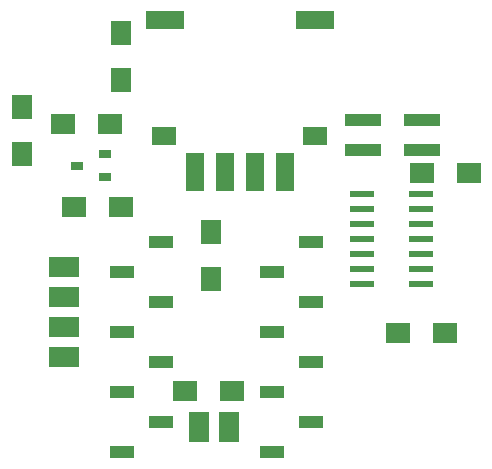
<source format=gbr>
%TF.GenerationSoftware,KiCad,Pcbnew,7.0.1*%
%TF.CreationDate,2024-04-02T19:32:24+05:30*%
%TF.ProjectId,SAMD11_DRV8825_NEM17,53414d44-3131-45f4-9452-56383832355f,rev?*%
%TF.SameCoordinates,Original*%
%TF.FileFunction,Paste,Top*%
%TF.FilePolarity,Positive*%
%FSLAX46Y46*%
G04 Gerber Fmt 4.6, Leading zero omitted, Abs format (unit mm)*
G04 Created by KiCad (PCBNEW 7.0.1) date 2024-04-02 19:32:24*
%MOMM*%
%LPD*%
G01*
G04 APERTURE LIST*
%ADD10R,1.700000X2.000000*%
%ADD11R,2.000000X1.700000*%
%ADD12R,1.700000X2.500000*%
%ADD13R,1.600000X3.200000*%
%ADD14R,2.000000X1.600000*%
%ADD15R,3.200000X1.600000*%
%ADD16R,2.000000X0.600000*%
%ADD17R,1.000000X0.700000*%
%ADD18R,2.000000X1.000000*%
%ADD19R,3.150000X1.000000*%
%ADD20R,2.500000X1.700000*%
G04 APERTURE END LIST*
D10*
%TO.C,C4*%
X187452000Y-82296000D03*
X187452000Y-78296000D03*
%TD*%
D11*
%TO.C,D1*%
X203232000Y-86868000D03*
X207232000Y-86868000D03*
%TD*%
%TO.C,C3*%
X189236800Y-91825500D03*
X185236800Y-91825500D03*
%TD*%
D12*
%TO.C,J4*%
X188976000Y-94855000D03*
X186436000Y-94855000D03*
%TD*%
D13*
%TO.C,J2*%
X186073900Y-73208700D03*
X188613900Y-73208700D03*
X191153900Y-73208700D03*
X193693900Y-73208700D03*
D14*
X183417203Y-70195823D03*
D15*
X183520102Y-60378460D03*
X196209866Y-60374635D03*
D14*
X196220706Y-70186200D03*
%TD*%
D10*
%TO.C,D2*%
X179832000Y-61500000D03*
X179832000Y-65500000D03*
%TD*%
D16*
%TO.C,U1*%
X205171500Y-82748800D03*
X205171500Y-81478800D03*
X205171500Y-80208800D03*
X205171500Y-78938800D03*
X205171500Y-77668800D03*
X205171500Y-76398800D03*
X205171500Y-75128800D03*
X200221500Y-75128800D03*
X200221500Y-76398800D03*
X200221500Y-77668800D03*
X200221500Y-78938800D03*
X200221500Y-80208800D03*
X200221500Y-81478800D03*
X200221500Y-82748800D03*
%TD*%
D11*
%TO.C,C2*%
X179800000Y-76200000D03*
X175800000Y-76200000D03*
%TD*%
D17*
%TO.C,U2*%
X178492000Y-73660000D03*
X178492000Y-71760000D03*
X176092000Y-72710000D03*
%TD*%
D10*
%TO.C,R2*%
X171405200Y-71765300D03*
X171405200Y-67765300D03*
%TD*%
D11*
%TO.C,C1*%
X178910000Y-69215000D03*
X174910000Y-69215000D03*
%TD*%
%TO.C,R1*%
X205264000Y-73335100D03*
X209264000Y-73335100D03*
%TD*%
D18*
%TO.C,A1*%
X183203941Y-79167199D03*
X179903941Y-81707199D03*
X183203941Y-84247199D03*
X179903941Y-86787199D03*
X183203941Y-89327199D03*
X179903941Y-91867199D03*
X183203941Y-94407199D03*
X179903941Y-96947199D03*
X192603941Y-96947199D03*
X195903941Y-94407199D03*
X192603941Y-91867199D03*
X195903941Y-89327199D03*
X192603941Y-86787199D03*
X195903941Y-84247199D03*
X192603941Y-81707199D03*
X195903941Y-79167199D03*
%TD*%
D19*
%TO.C,J1*%
X200265600Y-68820800D03*
X205315600Y-68820800D03*
X200265600Y-71360800D03*
X205315600Y-71360800D03*
%TD*%
D20*
%TO.C,J3*%
X175020000Y-88890000D03*
X175020000Y-86350000D03*
X175020000Y-83810000D03*
X175020000Y-81270000D03*
%TD*%
M02*

</source>
